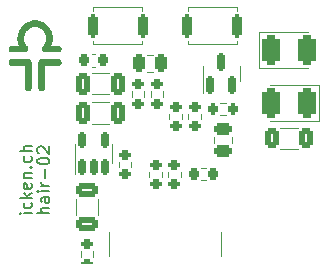
<source format=gto>
G04 #@! TF.GenerationSoftware,KiCad,Pcbnew,(6.0.4)*
G04 #@! TF.CreationDate,2023-03-05T19:47:51+01:00*
G04 #@! TF.ProjectId,hair-02,68616972-2d30-4322-9e6b-696361645f70,rev?*
G04 #@! TF.SameCoordinates,Original*
G04 #@! TF.FileFunction,Legend,Top*
G04 #@! TF.FilePolarity,Positive*
%FSLAX46Y46*%
G04 Gerber Fmt 4.6, Leading zero omitted, Abs format (unit mm)*
G04 Created by KiCad (PCBNEW (6.0.4)) date 2023-03-05 19:47:51*
%MOMM*%
%LPD*%
G01*
G04 APERTURE LIST*
G04 Aperture macros list*
%AMRoundRect*
0 Rectangle with rounded corners*
0 $1 Rounding radius*
0 $2 $3 $4 $5 $6 $7 $8 $9 X,Y pos of 4 corners*
0 Add a 4 corners polygon primitive as box body*
4,1,4,$2,$3,$4,$5,$6,$7,$8,$9,$2,$3,0*
0 Add four circle primitives for the rounded corners*
1,1,$1+$1,$2,$3*
1,1,$1+$1,$4,$5*
1,1,$1+$1,$6,$7*
1,1,$1+$1,$8,$9*
0 Add four rect primitives between the rounded corners*
20,1,$1+$1,$2,$3,$4,$5,0*
20,1,$1+$1,$4,$5,$6,$7,0*
20,1,$1+$1,$6,$7,$8,$9,0*
20,1,$1+$1,$8,$9,$2,$3,0*%
G04 Aperture macros list end*
%ADD10C,0.150000*%
%ADD11C,0.120000*%
%ADD12RoundRect,0.250000X-0.325000X-0.650000X0.325000X-0.650000X0.325000X0.650000X-0.325000X0.650000X0*%
%ADD13RoundRect,0.200000X-0.200000X-0.275000X0.200000X-0.275000X0.200000X0.275000X-0.200000X0.275000X0*%
%ADD14RoundRect,0.200000X0.275000X-0.200000X0.275000X0.200000X-0.275000X0.200000X-0.275000X-0.200000X0*%
%ADD15RoundRect,0.200000X-0.275000X0.200000X-0.275000X-0.200000X0.275000X-0.200000X0.275000X0.200000X0*%
%ADD16RoundRect,0.225000X-0.225000X-0.250000X0.225000X-0.250000X0.225000X0.250000X-0.225000X0.250000X0*%
%ADD17RoundRect,0.150000X0.150000X-0.587500X0.150000X0.587500X-0.150000X0.587500X-0.150000X-0.587500X0*%
%ADD18RoundRect,0.200000X-0.200000X-0.800000X0.200000X-0.800000X0.200000X0.800000X-0.200000X0.800000X0*%
%ADD19RoundRect,0.150000X0.150000X-0.512500X0.150000X0.512500X-0.150000X0.512500X-0.150000X-0.512500X0*%
%ADD20RoundRect,0.375000X-0.375000X-0.925000X0.375000X-0.925000X0.375000X0.925000X-0.375000X0.925000X0*%
%ADD21RoundRect,0.250000X-0.650000X0.325000X-0.650000X-0.325000X0.650000X-0.325000X0.650000X0.325000X0*%
%ADD22RoundRect,0.250000X-0.312500X-0.625000X0.312500X-0.625000X0.312500X0.625000X-0.312500X0.625000X0*%
%ADD23RoundRect,0.375000X0.375000X0.925000X-0.375000X0.925000X-0.375000X-0.925000X0.375000X-0.925000X0*%
%ADD24RoundRect,0.250000X-0.250000X-0.475000X0.250000X-0.475000X0.250000X0.475000X-0.250000X0.475000X0*%
%ADD25RoundRect,0.218750X-0.218750X-0.256250X0.218750X-0.256250X0.218750X0.256250X-0.218750X0.256250X0*%
%ADD26C,0.650000*%
%ADD27R,0.600000X1.450000*%
%ADD28R,0.300000X1.450000*%
%ADD29O,1.000000X2.100000*%
%ADD30O,1.000000X1.600000*%
%ADD31RoundRect,0.250000X-0.475000X0.250000X-0.475000X-0.250000X0.475000X-0.250000X0.475000X0.250000X0*%
%ADD32RoundRect,0.200000X0.200000X0.800000X-0.200000X0.800000X-0.200000X-0.800000X0.200000X-0.800000X0*%
G04 APERTURE END LIST*
D10*
X138702380Y-111285714D02*
X137702380Y-111285714D01*
X138702380Y-110857142D02*
X138178571Y-110857142D01*
X138083333Y-110904761D01*
X138035714Y-111000000D01*
X138035714Y-111142857D01*
X138083333Y-111238095D01*
X138130952Y-111285714D01*
X138702380Y-109952380D02*
X138178571Y-109952380D01*
X138083333Y-110000000D01*
X138035714Y-110095238D01*
X138035714Y-110285714D01*
X138083333Y-110380952D01*
X138654761Y-109952380D02*
X138702380Y-110047619D01*
X138702380Y-110285714D01*
X138654761Y-110380952D01*
X138559523Y-110428571D01*
X138464285Y-110428571D01*
X138369047Y-110380952D01*
X138321428Y-110285714D01*
X138321428Y-110047619D01*
X138273809Y-109952380D01*
X138702380Y-109476190D02*
X138035714Y-109476190D01*
X137702380Y-109476190D02*
X137750000Y-109523809D01*
X137797619Y-109476190D01*
X137750000Y-109428571D01*
X137702380Y-109476190D01*
X137797619Y-109476190D01*
X138702380Y-109000000D02*
X138035714Y-109000000D01*
X138226190Y-109000000D02*
X138130952Y-108952380D01*
X138083333Y-108904761D01*
X138035714Y-108809523D01*
X138035714Y-108714285D01*
X138321428Y-108380952D02*
X138321428Y-107619047D01*
X137702380Y-106952380D02*
X137702380Y-106857142D01*
X137750000Y-106761904D01*
X137797619Y-106714285D01*
X137892857Y-106666666D01*
X138083333Y-106619047D01*
X138321428Y-106619047D01*
X138511904Y-106666666D01*
X138607142Y-106714285D01*
X138654761Y-106761904D01*
X138702380Y-106857142D01*
X138702380Y-106952380D01*
X138654761Y-107047619D01*
X138607142Y-107095238D01*
X138511904Y-107142857D01*
X138321428Y-107190476D01*
X138083333Y-107190476D01*
X137892857Y-107142857D01*
X137797619Y-107095238D01*
X137750000Y-107047619D01*
X137702380Y-106952380D01*
X137797619Y-106238095D02*
X137750000Y-106190476D01*
X137702380Y-106095238D01*
X137702380Y-105857142D01*
X137750000Y-105761904D01*
X137797619Y-105714285D01*
X137892857Y-105666666D01*
X137988095Y-105666666D01*
X138130952Y-105714285D01*
X138702380Y-106285714D01*
X138702380Y-105666666D01*
X137202380Y-111333333D02*
X136535714Y-111333333D01*
X136202380Y-111333333D02*
X136250000Y-111380952D01*
X136297619Y-111333333D01*
X136250000Y-111285714D01*
X136202380Y-111333333D01*
X136297619Y-111333333D01*
X137154761Y-110428571D02*
X137202380Y-110523809D01*
X137202380Y-110714285D01*
X137154761Y-110809523D01*
X137107142Y-110857142D01*
X137011904Y-110904761D01*
X136726190Y-110904761D01*
X136630952Y-110857142D01*
X136583333Y-110809523D01*
X136535714Y-110714285D01*
X136535714Y-110523809D01*
X136583333Y-110428571D01*
X137202380Y-110000000D02*
X136202380Y-110000000D01*
X136821428Y-109904761D02*
X137202380Y-109619047D01*
X136535714Y-109619047D02*
X136916666Y-110000000D01*
X137154761Y-108809523D02*
X137202380Y-108904761D01*
X137202380Y-109095238D01*
X137154761Y-109190476D01*
X137059523Y-109238095D01*
X136678571Y-109238095D01*
X136583333Y-109190476D01*
X136535714Y-109095238D01*
X136535714Y-108904761D01*
X136583333Y-108809523D01*
X136678571Y-108761904D01*
X136773809Y-108761904D01*
X136869047Y-109238095D01*
X136535714Y-108333333D02*
X137202380Y-108333333D01*
X136630952Y-108333333D02*
X136583333Y-108285714D01*
X136535714Y-108190476D01*
X136535714Y-108047619D01*
X136583333Y-107952380D01*
X136678571Y-107904761D01*
X137202380Y-107904761D01*
X137107142Y-107428571D02*
X137154761Y-107380952D01*
X137202380Y-107428571D01*
X137154761Y-107476190D01*
X137107142Y-107428571D01*
X137202380Y-107428571D01*
X137154761Y-106523809D02*
X137202380Y-106619047D01*
X137202380Y-106809523D01*
X137154761Y-106904761D01*
X137107142Y-106952380D01*
X137011904Y-107000000D01*
X136726190Y-107000000D01*
X136630952Y-106952380D01*
X136583333Y-106904761D01*
X136535714Y-106809523D01*
X136535714Y-106619047D01*
X136583333Y-106523809D01*
X137202380Y-106095238D02*
X136202380Y-106095238D01*
X137202380Y-105666666D02*
X136678571Y-105666666D01*
X136583333Y-105714285D01*
X136535714Y-105809523D01*
X136535714Y-105952380D01*
X136583333Y-106047619D01*
X136630952Y-106095238D01*
D11*
X142338748Y-99440000D02*
X143761252Y-99440000D01*
X142338748Y-101260000D02*
X143761252Y-101260000D01*
X153162742Y-101977500D02*
X153637258Y-101977500D01*
X153162742Y-103022500D02*
X153637258Y-103022500D01*
X145677500Y-101487258D02*
X145677500Y-101012742D01*
X146722500Y-101487258D02*
X146722500Y-101012742D01*
X142338748Y-103760000D02*
X143761252Y-103760000D01*
X142338748Y-101940000D02*
X143761252Y-101940000D01*
X149922500Y-102912742D02*
X149922500Y-103387258D01*
X148877500Y-102912742D02*
X148877500Y-103387258D01*
X142309420Y-98910000D02*
X142590580Y-98910000D01*
X142309420Y-97890000D02*
X142590580Y-97890000D01*
X147277500Y-101487258D02*
X147277500Y-101012742D01*
X148322500Y-101487258D02*
X148322500Y-101012742D01*
X148222500Y-108287258D02*
X148222500Y-107812742D01*
X147177500Y-108287258D02*
X147177500Y-107812742D01*
X154810000Y-99500000D02*
X154810000Y-98850000D01*
X151690000Y-99500000D02*
X151690000Y-101175000D01*
X154810000Y-99500000D02*
X154810000Y-100150000D01*
X151690000Y-99500000D02*
X151690000Y-98850000D01*
X154570000Y-93880000D02*
X154570000Y-94180000D01*
X150430000Y-97020000D02*
X150430000Y-96720000D01*
X150430000Y-93880000D02*
X154570000Y-93880000D01*
X154570000Y-97020000D02*
X150430000Y-97020000D01*
X150430000Y-94180000D02*
X150430000Y-93880000D01*
X154570000Y-96720000D02*
X154570000Y-97020000D01*
X140890000Y-106250000D02*
X140890000Y-108050000D01*
X144010000Y-106250000D02*
X144010000Y-107050000D01*
X144010000Y-106250000D02*
X144010000Y-105450000D01*
X140890000Y-106250000D02*
X140890000Y-105450000D01*
X156500000Y-95950000D02*
X156500000Y-99050000D01*
X156500000Y-99050000D02*
X160600000Y-99050000D01*
X156500000Y-95950000D02*
X160600000Y-95950000D01*
X142810000Y-110088748D02*
X142810000Y-111511252D01*
X140990000Y-110088748D02*
X140990000Y-111511252D01*
X158272936Y-105910000D02*
X159727064Y-105910000D01*
X158272936Y-104090000D02*
X159727064Y-104090000D01*
X161500000Y-103550000D02*
X161500000Y-100450000D01*
X161500000Y-100450000D02*
X157400000Y-100450000D01*
X161500000Y-103550000D02*
X157400000Y-103550000D01*
X146988748Y-99385000D02*
X147511252Y-99385000D01*
X146988748Y-97915000D02*
X147511252Y-97915000D01*
X150477500Y-103387258D02*
X150477500Y-102912742D01*
X151522500Y-103387258D02*
X151522500Y-102912742D01*
X151512742Y-107540000D02*
X151987258Y-107540000D01*
X151512742Y-108560000D02*
X151987258Y-108560000D01*
X148777500Y-108287258D02*
X148777500Y-107812742D01*
X149822500Y-108287258D02*
X149822500Y-107812742D01*
X153200000Y-112950000D02*
X153200000Y-114950000D01*
X143800000Y-112950000D02*
X143800000Y-114950000D01*
G36*
X138686147Y-98282550D02*
G01*
X138770250Y-98282556D01*
X138871137Y-98282560D01*
X138962515Y-98282577D01*
X139044876Y-98282612D01*
X139118713Y-98282671D01*
X139184519Y-98282761D01*
X139242785Y-98282886D01*
X139294004Y-98283054D01*
X139338670Y-98283269D01*
X139377274Y-98283537D01*
X139410309Y-98283865D01*
X139438268Y-98284258D01*
X139461643Y-98284723D01*
X139480927Y-98285264D01*
X139496613Y-98285888D01*
X139509192Y-98286601D01*
X139519158Y-98287409D01*
X139527003Y-98288316D01*
X139533220Y-98289331D01*
X139538301Y-98290457D01*
X139542739Y-98291701D01*
X139542902Y-98291751D01*
X139591189Y-98311223D01*
X139634868Y-98338177D01*
X139672624Y-98371533D01*
X139703140Y-98410208D01*
X139717217Y-98435086D01*
X139731068Y-98468396D01*
X139741830Y-98504203D01*
X139748516Y-98538706D01*
X139750269Y-98562611D01*
X139747512Y-98593379D01*
X139739900Y-98628465D01*
X139728416Y-98664066D01*
X139717217Y-98690136D01*
X139691838Y-98731030D01*
X139658485Y-98767510D01*
X139618668Y-98798334D01*
X139573896Y-98822262D01*
X139542494Y-98833636D01*
X139537435Y-98834980D01*
X139531430Y-98836184D01*
X139523919Y-98837258D01*
X139514343Y-98838212D01*
X139502143Y-98839054D01*
X139486760Y-98839795D01*
X139467636Y-98840444D01*
X139444211Y-98841009D01*
X139415926Y-98841501D01*
X139382222Y-98841929D01*
X139342540Y-98842302D01*
X139296322Y-98842630D01*
X139243007Y-98842923D01*
X139182037Y-98843188D01*
X139112854Y-98843437D01*
X139034897Y-98843679D01*
X138947608Y-98843922D01*
X138929142Y-98843971D01*
X138345388Y-98845520D01*
X138343976Y-99804282D01*
X138343802Y-99919666D01*
X138343632Y-100025477D01*
X138343462Y-100122142D01*
X138343287Y-100210091D01*
X138343102Y-100289751D01*
X138342903Y-100361551D01*
X138342686Y-100425919D01*
X138342446Y-100483283D01*
X138342179Y-100534073D01*
X138341880Y-100578715D01*
X138341545Y-100617640D01*
X138341170Y-100651274D01*
X138340749Y-100680047D01*
X138340279Y-100704386D01*
X138339756Y-100724720D01*
X138339173Y-100741478D01*
X138338528Y-100755087D01*
X138337816Y-100765977D01*
X138337031Y-100774575D01*
X138336171Y-100781310D01*
X138335230Y-100786610D01*
X138334204Y-100790904D01*
X138333707Y-100792643D01*
X138313935Y-100842085D01*
X138286214Y-100886277D01*
X138251444Y-100924382D01*
X138210523Y-100955567D01*
X138164354Y-100978996D01*
X138117621Y-100993067D01*
X138081925Y-100998751D01*
X138049606Y-100999363D01*
X138015411Y-100994887D01*
X138005099Y-100992789D01*
X137955501Y-100977137D01*
X137910216Y-100952919D01*
X137870133Y-100920965D01*
X137836139Y-100882107D01*
X137809120Y-100837174D01*
X137791750Y-100793050D01*
X137790724Y-100789407D01*
X137789777Y-100785178D01*
X137788906Y-100779967D01*
X137788108Y-100773378D01*
X137787379Y-100765015D01*
X137786717Y-100754480D01*
X137786118Y-100741380D01*
X137785580Y-100725316D01*
X137785098Y-100705893D01*
X137784671Y-100682715D01*
X137784293Y-100655385D01*
X137783964Y-100623508D01*
X137783679Y-100586688D01*
X137783434Y-100544527D01*
X137783228Y-100496631D01*
X137783057Y-100442602D01*
X137782917Y-100382046D01*
X137782806Y-100314564D01*
X137782719Y-100239762D01*
X137782655Y-100157244D01*
X137782610Y-100066612D01*
X137782581Y-99967472D01*
X137782564Y-99859426D01*
X137782556Y-99742079D01*
X137782555Y-99645324D01*
X137782564Y-99517340D01*
X137782591Y-99398996D01*
X137782638Y-99289928D01*
X137782709Y-99189774D01*
X137782804Y-99098172D01*
X137782926Y-99014758D01*
X137783078Y-98939170D01*
X137783260Y-98871045D01*
X137783477Y-98810021D01*
X137783729Y-98755735D01*
X137784018Y-98707824D01*
X137784348Y-98665926D01*
X137784720Y-98629677D01*
X137785135Y-98598716D01*
X137785598Y-98572680D01*
X137786108Y-98551205D01*
X137786669Y-98533930D01*
X137787283Y-98520491D01*
X137787952Y-98510526D01*
X137788678Y-98503673D01*
X137789323Y-98500099D01*
X137805807Y-98452083D01*
X137830189Y-98407851D01*
X137861345Y-98368834D01*
X137898152Y-98336462D01*
X137935085Y-98314240D01*
X137943610Y-98310021D01*
X137951246Y-98306193D01*
X137958493Y-98302737D01*
X137965848Y-98299634D01*
X137973813Y-98296865D01*
X137982885Y-98294411D01*
X137993565Y-98292253D01*
X138006351Y-98290373D01*
X138021744Y-98288751D01*
X138040241Y-98287368D01*
X138062343Y-98286205D01*
X138088548Y-98285245D01*
X138119357Y-98284466D01*
X138155267Y-98283852D01*
X138196779Y-98283381D01*
X138244392Y-98283037D01*
X138298605Y-98282799D01*
X138359918Y-98282650D01*
X138428829Y-98282569D01*
X138505838Y-98282538D01*
X138591444Y-98282538D01*
X138686147Y-98282550D01*
G37*
G36*
X137672811Y-95010863D02*
G01*
X137792176Y-95029922D01*
X137867606Y-95046925D01*
X137983340Y-95080948D01*
X138094899Y-95123820D01*
X138201886Y-95175128D01*
X138303906Y-95234461D01*
X138400565Y-95301407D01*
X138491468Y-95375555D01*
X138576218Y-95456493D01*
X138654423Y-95543809D01*
X138725686Y-95637092D01*
X138789612Y-95735930D01*
X138845806Y-95839911D01*
X138893874Y-95948625D01*
X138933421Y-96061659D01*
X138964050Y-96178601D01*
X138967025Y-96192482D01*
X138978062Y-96249394D01*
X138986254Y-96302219D01*
X138991916Y-96354124D01*
X138995362Y-96408281D01*
X138996908Y-96467858D01*
X138997065Y-96494704D01*
X138995647Y-96574543D01*
X138990961Y-96649747D01*
X138982640Y-96721973D01*
X138970315Y-96792882D01*
X138953619Y-96864132D01*
X138932183Y-96937380D01*
X138905639Y-97014287D01*
X138873618Y-97096510D01*
X138851976Y-97148263D01*
X138853769Y-97149508D01*
X138860631Y-97150613D01*
X138873091Y-97151590D01*
X138891680Y-97152451D01*
X138916929Y-97153210D01*
X138949367Y-97153878D01*
X138989525Y-97154468D01*
X139037934Y-97154991D01*
X139095123Y-97155462D01*
X139161623Y-97155891D01*
X139183669Y-97156015D01*
X139250249Y-97156395D01*
X139307589Y-97156772D01*
X139356453Y-97157168D01*
X139397601Y-97157605D01*
X139431797Y-97158108D01*
X139459803Y-97158699D01*
X139482381Y-97159400D01*
X139500293Y-97160233D01*
X139514302Y-97161223D01*
X139525171Y-97162392D01*
X139533661Y-97163762D01*
X139540535Y-97165356D01*
X139545402Y-97166814D01*
X139595628Y-97188101D01*
X139639988Y-97216904D01*
X139677781Y-97252460D01*
X139708310Y-97294003D01*
X139730874Y-97340772D01*
X139742919Y-97382379D01*
X139748308Y-97413464D01*
X139749828Y-97440199D01*
X139747477Y-97467457D01*
X139742919Y-97492400D01*
X139727832Y-97541397D01*
X139704494Y-97586461D01*
X139673923Y-97626502D01*
X139637136Y-97660430D01*
X139595148Y-97687153D01*
X139548978Y-97705582D01*
X139542494Y-97707371D01*
X139537040Y-97708557D01*
X139529883Y-97709617D01*
X139520480Y-97710559D01*
X139508287Y-97711387D01*
X139492759Y-97712110D01*
X139473353Y-97712734D01*
X139449525Y-97713265D01*
X139420730Y-97713710D01*
X139386425Y-97714076D01*
X139346066Y-97714369D01*
X139299108Y-97714597D01*
X139245008Y-97714765D01*
X139183222Y-97714881D01*
X139113206Y-97714951D01*
X139034415Y-97714982D01*
X138946306Y-97714980D01*
X138922121Y-97714975D01*
X138832711Y-97714950D01*
X138752736Y-97714911D01*
X138681630Y-97714852D01*
X138618825Y-97714761D01*
X138563755Y-97714631D01*
X138515854Y-97714452D01*
X138474553Y-97714216D01*
X138439288Y-97713913D01*
X138409490Y-97713534D01*
X138384593Y-97713071D01*
X138364031Y-97712514D01*
X138347236Y-97711855D01*
X138333642Y-97711085D01*
X138322682Y-97710194D01*
X138313789Y-97709173D01*
X138306397Y-97708014D01*
X138299939Y-97706708D01*
X138293847Y-97705246D01*
X138292927Y-97705012D01*
X138252482Y-97692104D01*
X138217013Y-97674707D01*
X138183648Y-97651139D01*
X138152394Y-97622608D01*
X138115008Y-97578883D01*
X138086652Y-97531671D01*
X138067542Y-97481598D01*
X138057897Y-97429292D01*
X138057933Y-97375379D01*
X138060162Y-97356970D01*
X138069517Y-97311984D01*
X138083796Y-97271579D01*
X138104110Y-97233669D01*
X138131565Y-97196166D01*
X138165351Y-97158935D01*
X138230505Y-97085604D01*
X138287043Y-97007574D01*
X138334825Y-96925419D01*
X138373711Y-96839709D01*
X138403563Y-96751017D01*
X138424241Y-96659914D01*
X138435607Y-96566972D01*
X138437520Y-96472764D01*
X138429843Y-96377861D01*
X138412434Y-96282835D01*
X138394570Y-96217149D01*
X138362305Y-96129539D01*
X138321039Y-96045603D01*
X138271318Y-95966034D01*
X138213688Y-95891526D01*
X138148695Y-95822773D01*
X138076885Y-95760469D01*
X137998806Y-95705307D01*
X137984492Y-95696411D01*
X137901205Y-95651444D01*
X137814189Y-95615491D01*
X137724220Y-95588639D01*
X137632075Y-95570972D01*
X137538532Y-95562576D01*
X137444368Y-95563537D01*
X137350360Y-95573939D01*
X137257286Y-95593870D01*
X137202492Y-95610344D01*
X137113897Y-95645140D01*
X137029671Y-95688608D01*
X136950443Y-95740177D01*
X136876841Y-95799279D01*
X136809492Y-95865341D01*
X136749024Y-95937795D01*
X136696065Y-96016070D01*
X136651244Y-96099596D01*
X136642410Y-96118907D01*
X136608155Y-96208147D01*
X136583436Y-96299186D01*
X136568125Y-96391331D01*
X136562091Y-96483890D01*
X136565206Y-96576172D01*
X136577342Y-96667486D01*
X136598369Y-96757138D01*
X136628159Y-96844438D01*
X136666582Y-96928694D01*
X136713509Y-97009214D01*
X136768813Y-97085305D01*
X136832363Y-97156276D01*
X136836513Y-97160435D01*
X136876079Y-97205100D01*
X136906123Y-97251171D01*
X136927119Y-97299616D01*
X136939537Y-97351405D01*
X136942648Y-97378475D01*
X136941865Y-97430680D01*
X136931921Y-97481627D01*
X136913635Y-97530221D01*
X136887829Y-97575368D01*
X136855320Y-97615974D01*
X136816930Y-97650945D01*
X136773477Y-97679187D01*
X136725782Y-97699606D01*
X136696138Y-97707508D01*
X136689266Y-97708663D01*
X136679949Y-97709701D01*
X136667646Y-97710631D01*
X136651815Y-97711460D01*
X136631916Y-97712195D01*
X136607406Y-97712845D01*
X136577743Y-97713417D01*
X136542387Y-97713919D01*
X136500796Y-97714358D01*
X136452429Y-97714743D01*
X136396743Y-97715081D01*
X136333197Y-97715381D01*
X136261250Y-97715648D01*
X136180360Y-97715892D01*
X136094195Y-97716110D01*
X136019010Y-97716254D01*
X135946160Y-97716330D01*
X135876323Y-97716339D01*
X135810178Y-97716285D01*
X135748405Y-97716171D01*
X135691683Y-97715999D01*
X135640689Y-97715771D01*
X135596105Y-97715491D01*
X135558608Y-97715161D01*
X135528878Y-97714783D01*
X135507594Y-97714362D01*
X135495434Y-97713898D01*
X135493705Y-97713755D01*
X135445065Y-97703524D01*
X135399731Y-97684467D01*
X135358662Y-97657483D01*
X135322819Y-97623469D01*
X135293160Y-97583322D01*
X135270646Y-97537941D01*
X135257080Y-97492400D01*
X135251691Y-97461315D01*
X135250171Y-97434580D01*
X135252522Y-97407322D01*
X135257080Y-97382379D01*
X135272555Y-97332231D01*
X135296555Y-97286434D01*
X135328201Y-97245937D01*
X135366611Y-97211686D01*
X135410907Y-97184629D01*
X135457505Y-97166492D01*
X135464227Y-97164755D01*
X135472177Y-97163251D01*
X135482121Y-97161960D01*
X135494822Y-97160857D01*
X135511046Y-97159923D01*
X135531556Y-97159134D01*
X135557117Y-97158469D01*
X135588494Y-97157905D01*
X135626452Y-97157421D01*
X135671754Y-97156995D01*
X135725166Y-97156604D01*
X135787453Y-97156226D01*
X135820381Y-97156045D01*
X136153659Y-97154257D01*
X136129799Y-97100785D01*
X136085130Y-96988655D01*
X136050030Y-96874380D01*
X136024436Y-96758511D01*
X136008285Y-96641596D01*
X136001514Y-96524183D01*
X136004059Y-96406822D01*
X136015858Y-96290062D01*
X136036846Y-96174451D01*
X136066960Y-96060539D01*
X136106139Y-95948875D01*
X136154317Y-95840007D01*
X136211432Y-95734485D01*
X136277421Y-95632858D01*
X136302948Y-95597848D01*
X136379117Y-95504665D01*
X136462309Y-95418286D01*
X136551942Y-95339048D01*
X136647437Y-95267288D01*
X136748210Y-95203342D01*
X136853682Y-95147548D01*
X136963270Y-95100242D01*
X137076395Y-95061761D01*
X137192473Y-95032443D01*
X137310925Y-95012623D01*
X137313168Y-95012344D01*
X137434079Y-95002122D01*
X137553702Y-95001613D01*
X137672811Y-95010863D01*
G37*
G36*
X136508987Y-98282544D02*
G01*
X136584394Y-98282584D01*
X136651797Y-98282677D01*
X136711696Y-98282841D01*
X136764590Y-98283094D01*
X136810980Y-98283455D01*
X136851364Y-98283943D01*
X136886242Y-98284576D01*
X136916113Y-98285371D01*
X136941478Y-98286349D01*
X136962836Y-98287526D01*
X136980686Y-98288922D01*
X136995528Y-98290555D01*
X137007861Y-98292443D01*
X137018186Y-98294604D01*
X137027001Y-98297058D01*
X137034807Y-98299823D01*
X137042102Y-98302917D01*
X137049386Y-98306358D01*
X137057160Y-98310165D01*
X137063693Y-98313310D01*
X137103120Y-98337221D01*
X137138735Y-98369181D01*
X137169260Y-98407565D01*
X137193415Y-98450745D01*
X137209919Y-98497096D01*
X137210676Y-98500099D01*
X137211452Y-98504658D01*
X137212168Y-98512031D01*
X137212828Y-98522578D01*
X137213433Y-98536664D01*
X137213986Y-98554651D01*
X137214488Y-98576903D01*
X137214942Y-98603782D01*
X137215351Y-98635652D01*
X137215715Y-98672876D01*
X137216037Y-98715817D01*
X137216320Y-98764838D01*
X137216565Y-98820302D01*
X137216775Y-98882572D01*
X137216952Y-98952011D01*
X137217098Y-99028983D01*
X137217215Y-99113850D01*
X137217306Y-99206975D01*
X137217372Y-99308722D01*
X137217415Y-99419454D01*
X137217438Y-99539533D01*
X137217444Y-99642824D01*
X137217441Y-99767611D01*
X137217429Y-99882792D01*
X137217407Y-99988765D01*
X137217369Y-100085924D01*
X137217315Y-100174668D01*
X137217240Y-100255391D01*
X137217141Y-100328491D01*
X137217016Y-100394364D01*
X137216861Y-100453405D01*
X137216674Y-100506013D01*
X137216451Y-100552583D01*
X137216189Y-100593511D01*
X137215885Y-100629194D01*
X137215536Y-100660028D01*
X137215140Y-100686410D01*
X137214692Y-100708737D01*
X137214191Y-100727403D01*
X137213632Y-100742807D01*
X137213013Y-100755344D01*
X137212332Y-100765410D01*
X137211583Y-100773403D01*
X137210766Y-100779718D01*
X137209876Y-100784752D01*
X137208911Y-100788902D01*
X137208620Y-100789985D01*
X137190033Y-100839113D01*
X137163245Y-100883302D01*
X137129200Y-100921667D01*
X137088841Y-100953320D01*
X137043111Y-100977377D01*
X136992953Y-100992951D01*
X136992400Y-100993067D01*
X136956704Y-100998751D01*
X136924384Y-100999363D01*
X136890190Y-100994887D01*
X136879877Y-100992789D01*
X136830136Y-100977107D01*
X136784796Y-100952821D01*
X136744632Y-100920646D01*
X136710418Y-100881299D01*
X136682931Y-100835496D01*
X136666591Y-100795550D01*
X136665487Y-100791932D01*
X136664473Y-100787675D01*
X136663545Y-100782354D01*
X136662698Y-100775539D01*
X136661928Y-100766803D01*
X136661230Y-100755718D01*
X136660600Y-100741856D01*
X136660033Y-100724790D01*
X136659524Y-100704092D01*
X136659070Y-100679333D01*
X136658664Y-100650086D01*
X136658303Y-100615924D01*
X136657982Y-100576418D01*
X136657697Y-100531141D01*
X136657443Y-100479665D01*
X136657215Y-100421562D01*
X136657008Y-100356403D01*
X136656819Y-100283762D01*
X136656643Y-100203211D01*
X136656474Y-100114322D01*
X136656309Y-100016666D01*
X136656142Y-99909816D01*
X136655990Y-99806782D01*
X136654588Y-98845520D01*
X136070845Y-98843971D01*
X135981641Y-98843726D01*
X135901879Y-98843485D01*
X135831001Y-98843239D01*
X135768448Y-98842977D01*
X135713660Y-98842691D01*
X135666080Y-98842371D01*
X135625147Y-98842007D01*
X135590303Y-98841591D01*
X135560989Y-98841112D01*
X135536645Y-98840562D01*
X135516713Y-98839931D01*
X135500633Y-98839209D01*
X135487847Y-98838387D01*
X135477796Y-98837457D01*
X135469920Y-98836407D01*
X135463661Y-98835229D01*
X135458458Y-98833914D01*
X135457505Y-98833636D01*
X135408199Y-98814010D01*
X135364073Y-98786383D01*
X135325978Y-98751672D01*
X135294764Y-98710795D01*
X135271283Y-98664668D01*
X135257080Y-98617622D01*
X135251691Y-98586537D01*
X135250171Y-98559802D01*
X135252522Y-98532544D01*
X135257080Y-98507600D01*
X135272601Y-98457153D01*
X135296629Y-98411301D01*
X135328412Y-98370855D01*
X135367199Y-98336627D01*
X135412239Y-98309428D01*
X135457097Y-98291751D01*
X135461520Y-98290502D01*
X135466568Y-98289371D01*
X135472732Y-98288353D01*
X135480507Y-98287441D01*
X135490383Y-98286630D01*
X135502854Y-98285914D01*
X135518412Y-98285286D01*
X135537550Y-98284742D01*
X135560761Y-98284275D01*
X135588536Y-98283879D01*
X135621370Y-98283549D01*
X135659753Y-98283278D01*
X135704179Y-98283061D01*
X135755140Y-98282892D01*
X135813129Y-98282765D01*
X135878638Y-98282674D01*
X135952161Y-98282614D01*
X136034189Y-98282578D01*
X136125215Y-98282560D01*
X136225732Y-98282556D01*
X136229749Y-98282556D01*
X136332165Y-98282548D01*
X136425077Y-98282538D01*
X136508987Y-98282544D01*
G37*
X152665000Y-104888748D02*
X152665000Y-105411252D01*
X154135000Y-104888748D02*
X154135000Y-105411252D01*
X141377500Y-115037258D02*
X141377500Y-114562742D01*
X142422500Y-115037258D02*
X142422500Y-114562742D01*
X146570000Y-96720000D02*
X146570000Y-97020000D01*
X146570000Y-97020000D02*
X142430000Y-97020000D01*
X142430000Y-94180000D02*
X142430000Y-93880000D01*
X146570000Y-93880000D02*
X146570000Y-94180000D01*
X142430000Y-93880000D02*
X146570000Y-93880000D01*
X142430000Y-97020000D02*
X142430000Y-96720000D01*
X144577500Y-107437258D02*
X144577500Y-106962742D01*
X145622500Y-107437258D02*
X145622500Y-106962742D01*
%LPC*%
D12*
X141575000Y-100350000D03*
X144525000Y-100350000D03*
D13*
X152575000Y-102500000D03*
X154225000Y-102500000D03*
D14*
X146200000Y-102075000D03*
X146200000Y-100425000D03*
D12*
X141575000Y-102850000D03*
X144525000Y-102850000D03*
D15*
X149400000Y-102325000D03*
X149400000Y-103975000D03*
D16*
X141675000Y-98400000D03*
X143225000Y-98400000D03*
D14*
X147800000Y-102075000D03*
X147800000Y-100425000D03*
X147700000Y-108875000D03*
X147700000Y-107225000D03*
D17*
X152300000Y-100437500D03*
X154200000Y-100437500D03*
X153250000Y-98562500D03*
D18*
X150400000Y-95450000D03*
X154600000Y-95450000D03*
D19*
X141500000Y-107387500D03*
X142450000Y-107387500D03*
X143400000Y-107387500D03*
X143400000Y-105112500D03*
X141500000Y-105112500D03*
D20*
X157500000Y-97500000D03*
X160500000Y-97500000D03*
D21*
X141900000Y-109325000D03*
X141900000Y-112275000D03*
D22*
X157537500Y-105000000D03*
X160462500Y-105000000D03*
D23*
X160500000Y-102000000D03*
X157500000Y-102000000D03*
D24*
X146300000Y-98650000D03*
X148200000Y-98650000D03*
D14*
X151000000Y-103975000D03*
X151000000Y-102325000D03*
D25*
X150962500Y-108050000D03*
X152537500Y-108050000D03*
D14*
X149300000Y-108875000D03*
X149300000Y-107225000D03*
D26*
X145610000Y-112250000D03*
X151390000Y-112250000D03*
D27*
X145250000Y-110805000D03*
X146050000Y-110805000D03*
D28*
X147250000Y-110805000D03*
X148250000Y-110805000D03*
X148750000Y-110805000D03*
X149750000Y-110805000D03*
D27*
X150950000Y-110805000D03*
X151750000Y-110805000D03*
X151750000Y-110805000D03*
X150950000Y-110805000D03*
D28*
X150250000Y-110805000D03*
X149250000Y-110805000D03*
X147750000Y-110805000D03*
X146750000Y-110805000D03*
D27*
X146050000Y-110805000D03*
X145250000Y-110805000D03*
D29*
X144180000Y-111720000D03*
D30*
X144180000Y-115900000D03*
D29*
X152820000Y-111720000D03*
D30*
X152820000Y-115900000D03*
D31*
X153400000Y-104200000D03*
X153400000Y-106100000D03*
D14*
X141900000Y-115625000D03*
X141900000Y-113975000D03*
D32*
X146600000Y-95450000D03*
X142400000Y-95450000D03*
D14*
X145100000Y-108025000D03*
X145100000Y-106375000D03*
M02*

</source>
